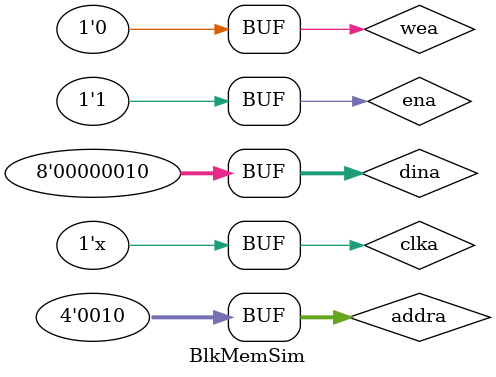
<source format=v>
module BlkMemSim();
  reg clka = 0, ena = 1, wea;
  reg [3:0] addra;
  reg [7:0] dina;
  wire [7:0] douta;

  always #5 clka <= ~clka;

  BlkMem blkmem(.clka(clka), .ena(ena), .wea(wea), .addra(addra), .dina(dina), .douta(douta));

  initial begin
    wea = 1;
    addra = 0;
    dina = 0;
    #20;
    wea = 1;
    addra = 1;
    dina = 1;
    #20;
    wea = 1;
    addra = 2;
    dina = 2;
    #50;
    wea = 0;
    addra = 0;
    #20;
    wea = 0;
    addra = 1;
    #20;
    wea = 0;
    addra = 2;
    #20;
  end
endmodule

</source>
